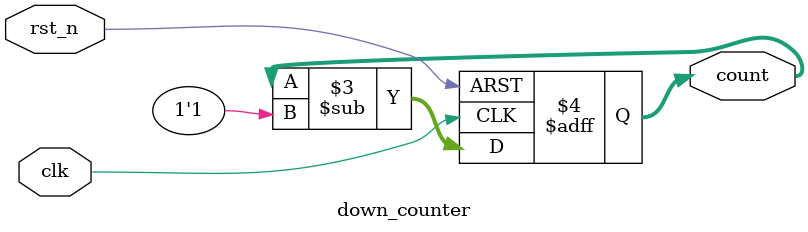
<source format=v>
module down_counter (
    input clk,
    input rst_n,
    output reg [3:0] count
);
    always @(posedge clk or negedge rst_n) begin
        if (!rst_n)
            count <= 4'b1111;      // start from max
        else
            count <= count - 1'b1; // decrement
    end
endmodule

</source>
